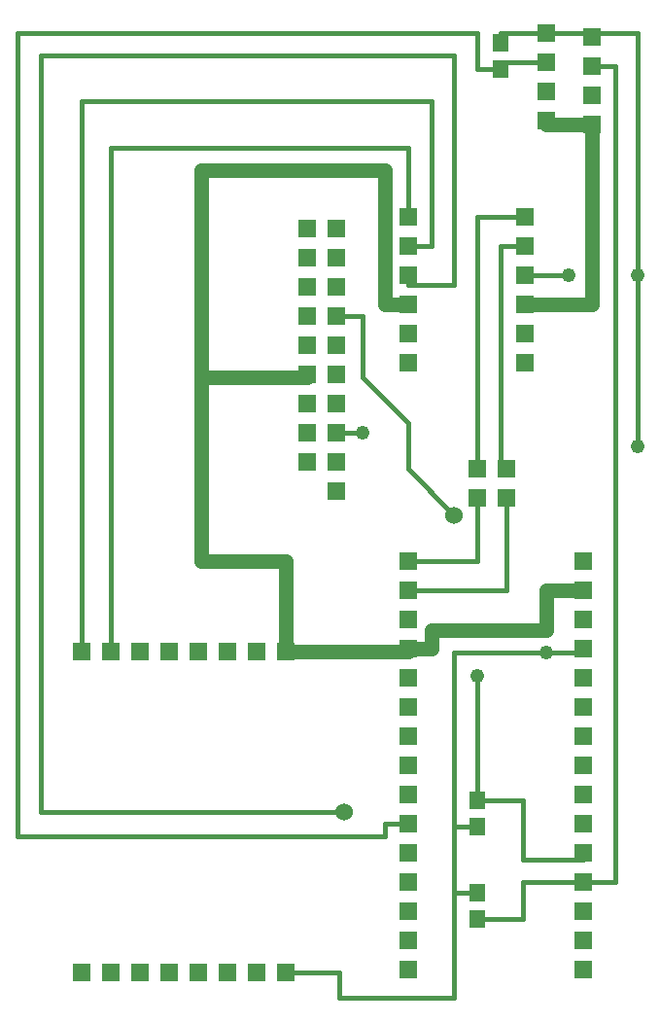
<source format=gbr>
%FSLAX35Y35*%
%MOIN*%
G04 EasyPC Gerber Version 18.0.8 Build 3632 *
%ADD19R,0.05500X0.06000*%
%ADD14R,0.06000X0.06000*%
%ADD15R,0.06000X0.06000*%
%ADD18C,0.01500*%
%ADD17C,0.04800*%
%ADD16C,0.05000*%
%ADD12C,0.06000*%
%ADD13R,0.06000X0.06000*%
X0Y0D02*
D02*
D12*
X138000Y79482D03*
X175854Y181352D03*
D02*
D13*
X125500Y199482D03*
Y209482D03*
Y219482D03*
Y229482D03*
Y239482D03*
Y249482D03*
Y259482D03*
Y269482D03*
Y279482D03*
X135500Y189482D03*
Y199482D03*
Y209482D03*
Y219482D03*
Y229482D03*
Y239482D03*
Y249482D03*
Y259482D03*
Y269482D03*
Y279482D03*
X160106Y25604D03*
Y35604D03*
Y45604D03*
Y55604D03*
Y65604D03*
Y75604D03*
Y85604D03*
Y95604D03*
Y105604D03*
Y115604D03*
Y125604D03*
Y135604D03*
Y145604D03*
Y155604D03*
Y165604D03*
Y233715D03*
Y243715D03*
Y253715D03*
Y263715D03*
Y273715D03*
Y283715D03*
X183728Y187100D03*
Y197100D03*
X193728Y187100D03*
Y197100D03*
X200106Y233715D03*
Y243715D03*
Y253715D03*
Y263715D03*
Y273715D03*
Y283715D03*
X220106Y25604D03*
Y35604D03*
Y45604D03*
Y55604D03*
Y65604D03*
Y75604D03*
Y85604D03*
Y95604D03*
Y105604D03*
Y115604D03*
Y125604D03*
Y135604D03*
Y145604D03*
Y155604D03*
Y165604D03*
D02*
D14*
X48000Y24482D03*
Y134482D03*
X58000Y24482D03*
Y134482D03*
X68000Y24482D03*
Y134482D03*
X78000Y24482D03*
Y134482D03*
X88000Y24482D03*
Y134482D03*
X98000Y24482D03*
Y134482D03*
X108000Y24482D03*
Y134482D03*
X118000Y24482D03*
Y134482D03*
D02*
D15*
X207350Y316707D03*
Y326707D03*
Y336707D03*
Y346707D03*
X223098Y315211D03*
Y325211D03*
Y335211D03*
Y345211D03*
D02*
D16*
X89240Y228596D02*
X125500D01*
Y229482*
X89240Y228596D02*
Y299463D01*
X152232*
Y253715*
X160106*
X118000Y134482D02*
Y165604D01*
X89240*
Y228596*
X160106Y135604D02*
Y134482D01*
X152232*
X118000*
X160106Y135604D02*
X167980D01*
Y141982*
X207350*
Y155604*
X220106*
X200106Y253715D02*
X223098D01*
Y315211*
X207350Y316707D02*
Y315211D01*
X223098*
D02*
D17*
X144358Y209482D03*
X183728Y126234D03*
X207350Y134108D03*
X215224Y263715D03*
X238846Y204974D03*
Y263715D03*
D02*
D18*
X48000Y134482D02*
Y323085D01*
X167980*
Y273715*
X160106*
X58000Y134482D02*
Y307337D01*
X160106*
Y283715*
X135500Y209482D02*
X144358D01*
X135500Y249482D02*
X144358D01*
Y228596*
X160106Y212848*
Y197100*
X175854Y181352*
X138000Y79482D02*
X34122D01*
Y338833*
X175854*
Y260093*
X160106*
Y263715*
Y75604D02*
X152232D01*
Y71116*
X26248*
Y346707*
X183728*
Y334333*
X191602*
X160106Y155604D02*
X193728D01*
Y187100*
X160106Y165604D02*
X183728D01*
Y187100*
Y42994D02*
X199476D01*
Y55604*
X220106*
X183728Y51994D02*
X175854D01*
Y15998*
X136484*
Y24482*
X118000*
X183728Y51994D02*
X175854D01*
Y74490*
X183728*
X175854*
Y134108*
X207350*
X183728Y83490D02*
X199476D01*
Y63242*
X220106*
Y65604*
X183728Y126234D02*
Y83490D01*
Y197100D02*
Y283715D01*
X200106*
X191602Y334333D02*
Y336707D01*
X207350*
X191602Y343333D02*
Y346707D01*
X207350*
X200106Y263715D02*
X215224D01*
X200106Y273715D02*
X191602D01*
Y197100*
X193728*
X207350Y134108D02*
X220106D01*
Y135604*
X207350Y346707D02*
X223098D01*
Y345211*
Y335211D02*
X230972D01*
Y55604*
X220106*
X238846Y263715D02*
Y275841D01*
Y204974*
Y275841D02*
Y346707D01*
X223098*
Y345211*
D02*
D19*
X183728Y42994D03*
Y51994D03*
Y74490D03*
Y83490D03*
X191602Y334333D03*
Y343333D03*
X0Y0D02*
M02*

</source>
